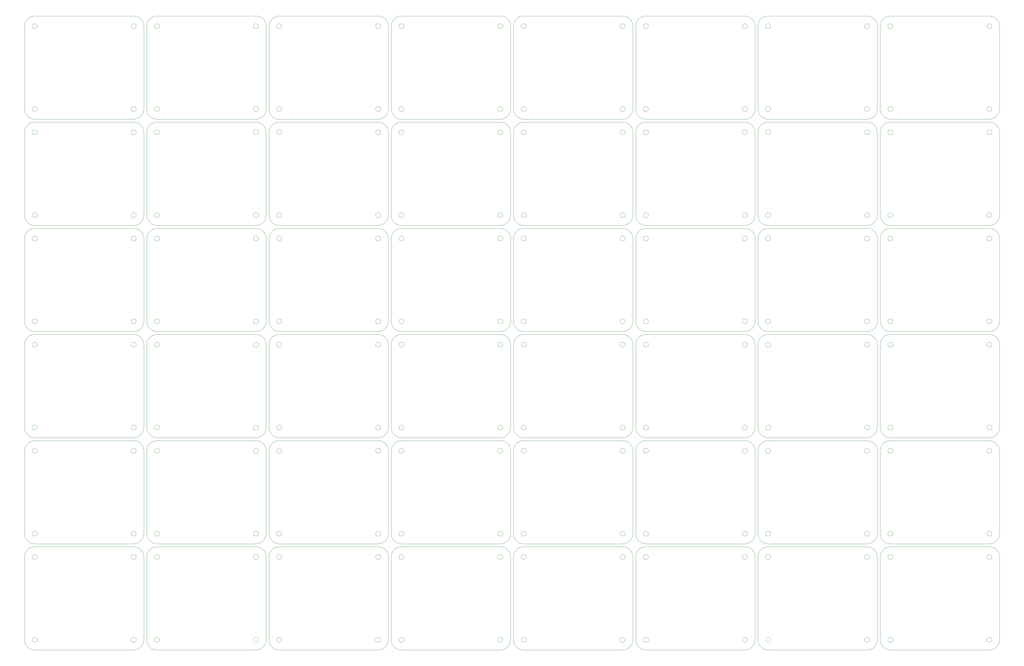
<source format=gm1>
G04 #@! TF.GenerationSoftware,KiCad,Pcbnew,(5.1.6)-1*
G04 #@! TF.CreationDate,2021-09-03T03:14:20-07:00*
G04 #@! TF.ProjectId,sulu_ldo_and_reg_panel,73756c75-5f6c-4646-9f5f-616e645f7265,rev?*
G04 #@! TF.SameCoordinates,Original*
G04 #@! TF.FileFunction,Profile,NP*
%FSLAX46Y46*%
G04 Gerber Fmt 4.6, Leading zero omitted, Abs format (unit mm)*
G04 Created by KiCad (PCBNEW (5.1.6)-1) date 2021-09-03 03:14:20*
%MOMM*%
%LPD*%
G01*
G04 APERTURE LIST*
G04 #@! TA.AperFunction,Profile*
%ADD10C,0.101600*%
G04 #@! TD*
G04 #@! TA.AperFunction,Profile*
%ADD11C,0.100000*%
G04 #@! TD*
G04 APERTURE END LIST*
D10*
X428879000Y83185000D02*
X463423000Y83185000D01*
D11*
X429768000Y79629000D02*
G75*
G03*
X429768000Y79629000I-889000J0D01*
G01*
X464312000Y79629000D02*
G75*
G03*
X464312000Y79629000I-889000J0D01*
G01*
X429768000Y50673000D02*
G75*
G03*
X429768000Y50673000I-889000J0D01*
G01*
X464312000Y50673000D02*
G75*
G03*
X464312000Y50673000I-889000J0D01*
G01*
D10*
X466979000Y79629000D02*
X466979000Y50673000D01*
X425323000Y79629000D02*
X425323000Y50673000D01*
X425323000Y42545000D02*
G75*
G02*
X428879000Y46101000I3556000J0D01*
G01*
D11*
X464312000Y13589000D02*
G75*
G03*
X464312000Y13589000I-889000J0D01*
G01*
D10*
X466979000Y42545000D02*
X466979000Y13589000D01*
X463423000Y10033000D02*
X428879000Y10033000D01*
X428879000Y10033000D02*
G75*
G02*
X425323000Y13589000I0J3556000D01*
G01*
D11*
X429768000Y42545000D02*
G75*
G03*
X429768000Y42545000I-889000J0D01*
G01*
D10*
X466979000Y13589000D02*
G75*
G02*
X463423000Y10033000I-3556000J0D01*
G01*
D11*
X429768000Y13589000D02*
G75*
G03*
X429768000Y13589000I-889000J0D01*
G01*
X464312000Y42545000D02*
G75*
G03*
X464312000Y42545000I-889000J0D01*
G01*
D10*
X463423000Y46101000D02*
G75*
G02*
X466979000Y42545000I0J-3556000D01*
G01*
X425323000Y42545000D02*
X425323000Y13589000D01*
X382651000Y79629000D02*
X382651000Y50673000D01*
D11*
X421640000Y79629000D02*
G75*
G03*
X421640000Y79629000I-889000J0D01*
G01*
X387096000Y50673000D02*
G75*
G03*
X387096000Y50673000I-889000J0D01*
G01*
D10*
X386207000Y83185000D02*
X420751000Y83185000D01*
D11*
X387096000Y79629000D02*
G75*
G03*
X387096000Y79629000I-889000J0D01*
G01*
D10*
X424307000Y79629000D02*
X424307000Y50673000D01*
D11*
X421640000Y50673000D02*
G75*
G03*
X421640000Y50673000I-889000J0D01*
G01*
X421640000Y42545000D02*
G75*
G03*
X421640000Y42545000I-889000J0D01*
G01*
D10*
X382651000Y42545000D02*
G75*
G02*
X386207000Y46101000I3556000J0D01*
G01*
X386207000Y10033000D02*
G75*
G02*
X382651000Y13589000I0J3556000D01*
G01*
X463423000Y46101000D02*
X428879000Y46101000D01*
X463423000Y83185000D02*
G75*
G02*
X466979000Y79629000I0J-3556000D01*
G01*
X466979000Y50673000D02*
G75*
G02*
X463423000Y47117000I-3556000J0D01*
G01*
X420751000Y46101000D02*
G75*
G02*
X424307000Y42545000I0J-3556000D01*
G01*
X428879000Y47117000D02*
G75*
G02*
X425323000Y50673000I0J3556000D01*
G01*
X428879000Y47117000D02*
X463423000Y47117000D01*
X425323000Y79629000D02*
G75*
G02*
X428879000Y83185000I3556000J0D01*
G01*
X424307000Y42545000D02*
X424307000Y13589000D01*
D11*
X387096000Y13589000D02*
G75*
G03*
X387096000Y13589000I-889000J0D01*
G01*
X421640000Y13589000D02*
G75*
G03*
X421640000Y13589000I-889000J0D01*
G01*
D10*
X382651000Y42545000D02*
X382651000Y13589000D01*
X420751000Y10033000D02*
X386207000Y10033000D01*
X424307000Y13589000D02*
G75*
G02*
X420751000Y10033000I-3556000J0D01*
G01*
D11*
X387096000Y42545000D02*
G75*
G03*
X387096000Y42545000I-889000J0D01*
G01*
D10*
X420751000Y46101000D02*
X386207000Y46101000D01*
X386207000Y47117000D02*
X420751000Y47117000D01*
X420751000Y83185000D02*
G75*
G02*
X424307000Y79629000I0J-3556000D01*
G01*
X424307000Y50673000D02*
G75*
G02*
X420751000Y47117000I-3556000J0D01*
G01*
X386207000Y47117000D02*
G75*
G02*
X382651000Y50673000I0J3556000D01*
G01*
X382651000Y79629000D02*
G75*
G02*
X386207000Y83185000I3556000J0D01*
G01*
D11*
X344424000Y79629000D02*
G75*
G03*
X344424000Y79629000I-889000J0D01*
G01*
X344424000Y50673000D02*
G75*
G03*
X344424000Y50673000I-889000J0D01*
G01*
X378968000Y50673000D02*
G75*
G03*
X378968000Y50673000I-889000J0D01*
G01*
D10*
X381635000Y79629000D02*
X381635000Y50673000D01*
X343535000Y83185000D02*
X378079000Y83185000D01*
X339979000Y79629000D02*
X339979000Y50673000D01*
D11*
X378968000Y79629000D02*
G75*
G03*
X378968000Y79629000I-889000J0D01*
G01*
D10*
X339979000Y42545000D02*
G75*
G02*
X343535000Y46101000I3556000J0D01*
G01*
X343535000Y10033000D02*
G75*
G02*
X339979000Y13589000I0J3556000D01*
G01*
X339979000Y42545000D02*
X339979000Y13589000D01*
D11*
X344424000Y13589000D02*
G75*
G03*
X344424000Y13589000I-889000J0D01*
G01*
X344424000Y42545000D02*
G75*
G03*
X344424000Y42545000I-889000J0D01*
G01*
D10*
X381635000Y13589000D02*
G75*
G02*
X378079000Y10033000I-3556000J0D01*
G01*
X378079000Y46101000D02*
G75*
G02*
X381635000Y42545000I0J-3556000D01*
G01*
X378079000Y10033000D02*
X343535000Y10033000D01*
D11*
X378968000Y42545000D02*
G75*
G03*
X378968000Y42545000I-889000J0D01*
G01*
D10*
X381635000Y42545000D02*
X381635000Y13589000D01*
D11*
X378968000Y13589000D02*
G75*
G03*
X378968000Y13589000I-889000J0D01*
G01*
D10*
X297307000Y79629000D02*
G75*
G02*
X300863000Y83185000I3556000J0D01*
G01*
X300863000Y47117000D02*
G75*
G02*
X297307000Y50673000I0J3556000D01*
G01*
X338963000Y50673000D02*
G75*
G02*
X335407000Y47117000I-3556000J0D01*
G01*
X335407000Y46101000D02*
X300863000Y46101000D01*
X300863000Y47117000D02*
X335407000Y47117000D01*
X335407000Y83185000D02*
G75*
G02*
X338963000Y79629000I0J-3556000D01*
G01*
D11*
X301752000Y42545000D02*
G75*
G03*
X301752000Y42545000I-889000J0D01*
G01*
D10*
X335407000Y46101000D02*
G75*
G02*
X338963000Y42545000I0J-3556000D01*
G01*
D11*
X336296000Y42545000D02*
G75*
G03*
X336296000Y42545000I-889000J0D01*
G01*
D10*
X300863000Y10033000D02*
G75*
G02*
X297307000Y13589000I0J3556000D01*
G01*
X297307000Y42545000D02*
G75*
G02*
X300863000Y46101000I3556000J0D01*
G01*
D11*
X336296000Y13589000D02*
G75*
G03*
X336296000Y13589000I-889000J0D01*
G01*
D10*
X338963000Y13589000D02*
G75*
G02*
X335407000Y10033000I-3556000J0D01*
G01*
X338963000Y42545000D02*
X338963000Y13589000D01*
D11*
X301752000Y13589000D02*
G75*
G03*
X301752000Y13589000I-889000J0D01*
G01*
D10*
X297307000Y42545000D02*
X297307000Y13589000D01*
X335407000Y10033000D02*
X300863000Y10033000D01*
X378079000Y46101000D02*
X343535000Y46101000D01*
X381635000Y50673000D02*
G75*
G02*
X378079000Y47117000I-3556000J0D01*
G01*
X343535000Y47117000D02*
G75*
G02*
X339979000Y50673000I0J3556000D01*
G01*
X343535000Y47117000D02*
X378079000Y47117000D01*
X339979000Y79629000D02*
G75*
G02*
X343535000Y83185000I3556000J0D01*
G01*
X378079000Y83185000D02*
G75*
G02*
X381635000Y79629000I0J-3556000D01*
G01*
D11*
X336296000Y50673000D02*
G75*
G03*
X336296000Y50673000I-889000J0D01*
G01*
D10*
X300863000Y83185000D02*
X335407000Y83185000D01*
D11*
X336296000Y79629000D02*
G75*
G03*
X336296000Y79629000I-889000J0D01*
G01*
X301752000Y50673000D02*
G75*
G03*
X301752000Y50673000I-889000J0D01*
G01*
X301752000Y79629000D02*
G75*
G03*
X301752000Y79629000I-889000J0D01*
G01*
D10*
X338963000Y79629000D02*
X338963000Y50673000D01*
X297307000Y79629000D02*
X297307000Y50673000D01*
D11*
X293624000Y50673000D02*
G75*
G03*
X293624000Y50673000I-889000J0D01*
G01*
D10*
X254635000Y79629000D02*
X254635000Y50673000D01*
X258191000Y83185000D02*
X292735000Y83185000D01*
D11*
X293624000Y79629000D02*
G75*
G03*
X293624000Y79629000I-889000J0D01*
G01*
X259080000Y50673000D02*
G75*
G03*
X259080000Y50673000I-889000J0D01*
G01*
D10*
X296291000Y79629000D02*
X296291000Y50673000D01*
D11*
X259080000Y79629000D02*
G75*
G03*
X259080000Y79629000I-889000J0D01*
G01*
D10*
X254635000Y42545000D02*
G75*
G02*
X258191000Y46101000I3556000J0D01*
G01*
D11*
X293624000Y42545000D02*
G75*
G03*
X293624000Y42545000I-889000J0D01*
G01*
D10*
X296291000Y42545000D02*
X296291000Y13589000D01*
X292735000Y10033000D02*
X258191000Y10033000D01*
D11*
X293624000Y13589000D02*
G75*
G03*
X293624000Y13589000I-889000J0D01*
G01*
X259080000Y13589000D02*
G75*
G03*
X259080000Y13589000I-889000J0D01*
G01*
X259080000Y42545000D02*
G75*
G03*
X259080000Y42545000I-889000J0D01*
G01*
D10*
X258191000Y10033000D02*
G75*
G02*
X254635000Y13589000I0J3556000D01*
G01*
X292735000Y46101000D02*
G75*
G02*
X296291000Y42545000I0J-3556000D01*
G01*
X296291000Y13589000D02*
G75*
G02*
X292735000Y10033000I-3556000J0D01*
G01*
X254635000Y42545000D02*
X254635000Y13589000D01*
X211963000Y79629000D02*
X211963000Y50673000D01*
D11*
X216408000Y79629000D02*
G75*
G03*
X216408000Y79629000I-889000J0D01*
G01*
D10*
X215519000Y83185000D02*
X250063000Y83185000D01*
D11*
X250952000Y79629000D02*
G75*
G03*
X250952000Y79629000I-889000J0D01*
G01*
X216408000Y50673000D02*
G75*
G03*
X216408000Y50673000I-889000J0D01*
G01*
D10*
X253619000Y79629000D02*
X253619000Y50673000D01*
D11*
X250952000Y50673000D02*
G75*
G03*
X250952000Y50673000I-889000J0D01*
G01*
X250952000Y42545000D02*
G75*
G03*
X250952000Y42545000I-889000J0D01*
G01*
D10*
X211963000Y42545000D02*
G75*
G02*
X215519000Y46101000I3556000J0D01*
G01*
X215519000Y10033000D02*
G75*
G02*
X211963000Y13589000I0J3556000D01*
G01*
X292735000Y46101000D02*
X258191000Y46101000D01*
X258191000Y47117000D02*
G75*
G02*
X254635000Y50673000I0J3556000D01*
G01*
X296291000Y50673000D02*
G75*
G02*
X292735000Y47117000I-3556000J0D01*
G01*
X258191000Y47117000D02*
X292735000Y47117000D01*
X292735000Y83185000D02*
G75*
G02*
X296291000Y79629000I0J-3556000D01*
G01*
X254635000Y79629000D02*
G75*
G02*
X258191000Y83185000I3556000J0D01*
G01*
X253619000Y42545000D02*
X253619000Y13589000D01*
X250063000Y46101000D02*
G75*
G02*
X253619000Y42545000I0J-3556000D01*
G01*
X211963000Y42545000D02*
X211963000Y13589000D01*
X253619000Y13589000D02*
G75*
G02*
X250063000Y10033000I-3556000J0D01*
G01*
D11*
X216408000Y42545000D02*
G75*
G03*
X216408000Y42545000I-889000J0D01*
G01*
D10*
X250063000Y10033000D02*
X215519000Y10033000D01*
D11*
X216408000Y13589000D02*
G75*
G03*
X216408000Y13589000I-889000J0D01*
G01*
X250952000Y13589000D02*
G75*
G03*
X250952000Y13589000I-889000J0D01*
G01*
D10*
X253619000Y50673000D02*
G75*
G02*
X250063000Y47117000I-3556000J0D01*
G01*
X215519000Y47117000D02*
G75*
G02*
X211963000Y50673000I0J3556000D01*
G01*
X211963000Y79629000D02*
G75*
G02*
X215519000Y83185000I3556000J0D01*
G01*
X250063000Y46101000D02*
X215519000Y46101000D01*
X215519000Y47117000D02*
X250063000Y47117000D01*
X250063000Y83185000D02*
G75*
G02*
X253619000Y79629000I0J-3556000D01*
G01*
D11*
X208280000Y50673000D02*
G75*
G03*
X208280000Y50673000I-889000J0D01*
G01*
D10*
X169291000Y79629000D02*
X169291000Y50673000D01*
X172847000Y83185000D02*
X207391000Y83185000D01*
X210947000Y79629000D02*
X210947000Y50673000D01*
D11*
X173736000Y79629000D02*
G75*
G03*
X173736000Y79629000I-889000J0D01*
G01*
X173736000Y50673000D02*
G75*
G03*
X173736000Y50673000I-889000J0D01*
G01*
X208280000Y79629000D02*
G75*
G03*
X208280000Y79629000I-889000J0D01*
G01*
D10*
X169291000Y42545000D02*
G75*
G02*
X172847000Y46101000I3556000J0D01*
G01*
X169291000Y42545000D02*
X169291000Y13589000D01*
D11*
X173736000Y42545000D02*
G75*
G03*
X173736000Y42545000I-889000J0D01*
G01*
D10*
X207391000Y46101000D02*
G75*
G02*
X210947000Y42545000I0J-3556000D01*
G01*
D11*
X208280000Y42545000D02*
G75*
G03*
X208280000Y42545000I-889000J0D01*
G01*
D10*
X210947000Y42545000D02*
X210947000Y13589000D01*
X207391000Y10033000D02*
X172847000Y10033000D01*
D11*
X208280000Y13589000D02*
G75*
G03*
X208280000Y13589000I-889000J0D01*
G01*
D10*
X210947000Y13589000D02*
G75*
G02*
X207391000Y10033000I-3556000J0D01*
G01*
D11*
X173736000Y13589000D02*
G75*
G03*
X173736000Y13589000I-889000J0D01*
G01*
D10*
X172847000Y10033000D02*
G75*
G02*
X169291000Y13589000I0J3556000D01*
G01*
X172847000Y47117000D02*
G75*
G02*
X169291000Y50673000I0J3556000D01*
G01*
X210947000Y50673000D02*
G75*
G02*
X207391000Y47117000I-3556000J0D01*
G01*
X169291000Y79629000D02*
G75*
G02*
X172847000Y83185000I3556000J0D01*
G01*
X207391000Y46101000D02*
X172847000Y46101000D01*
X172847000Y47117000D02*
X207391000Y47117000D01*
X207391000Y83185000D02*
G75*
G02*
X210947000Y79629000I0J-3556000D01*
G01*
X126619000Y79629000D02*
X126619000Y50673000D01*
D11*
X131064000Y79629000D02*
G75*
G03*
X131064000Y79629000I-889000J0D01*
G01*
D10*
X130175000Y83185000D02*
X164719000Y83185000D01*
D11*
X165608000Y50673000D02*
G75*
G03*
X165608000Y50673000I-889000J0D01*
G01*
X131064000Y50673000D02*
G75*
G03*
X131064000Y50673000I-889000J0D01*
G01*
X165608000Y79629000D02*
G75*
G03*
X165608000Y79629000I-889000J0D01*
G01*
D10*
X168275000Y79629000D02*
X168275000Y50673000D01*
X126619000Y42545000D02*
G75*
G02*
X130175000Y46101000I3556000J0D01*
G01*
X130175000Y10033000D02*
G75*
G02*
X126619000Y13589000I0J3556000D01*
G01*
D11*
X165608000Y42545000D02*
G75*
G03*
X165608000Y42545000I-889000J0D01*
G01*
D10*
X168275000Y42545000D02*
X168275000Y13589000D01*
X164719000Y46101000D02*
G75*
G02*
X168275000Y42545000I0J-3556000D01*
G01*
X126619000Y42545000D02*
X126619000Y13589000D01*
D11*
X131064000Y42545000D02*
G75*
G03*
X131064000Y42545000I-889000J0D01*
G01*
D10*
X164719000Y10033000D02*
X130175000Y10033000D01*
D11*
X165608000Y13589000D02*
G75*
G03*
X165608000Y13589000I-889000J0D01*
G01*
D10*
X168275000Y13589000D02*
G75*
G02*
X164719000Y10033000I-3556000J0D01*
G01*
D11*
X131064000Y13589000D02*
G75*
G03*
X131064000Y13589000I-889000J0D01*
G01*
D10*
X130175000Y47117000D02*
G75*
G02*
X126619000Y50673000I0J3556000D01*
G01*
X168275000Y50673000D02*
G75*
G02*
X164719000Y47117000I-3556000J0D01*
G01*
X126619000Y79629000D02*
G75*
G02*
X130175000Y83185000I3556000J0D01*
G01*
X164719000Y46101000D02*
X130175000Y46101000D01*
X130175000Y47117000D02*
X164719000Y47117000D01*
X164719000Y83185000D02*
G75*
G02*
X168275000Y79629000I0J-3556000D01*
G01*
X428879000Y157353000D02*
X463423000Y157353000D01*
D11*
X429768000Y153797000D02*
G75*
G03*
X429768000Y153797000I-889000J0D01*
G01*
X464312000Y153797000D02*
G75*
G03*
X464312000Y153797000I-889000J0D01*
G01*
X429768000Y124841000D02*
G75*
G03*
X429768000Y124841000I-889000J0D01*
G01*
X464312000Y124841000D02*
G75*
G03*
X464312000Y124841000I-889000J0D01*
G01*
D10*
X466979000Y153797000D02*
X466979000Y124841000D01*
X425323000Y153797000D02*
X425323000Y124841000D01*
X425323000Y116713000D02*
G75*
G02*
X428879000Y120269000I3556000J0D01*
G01*
D11*
X464312000Y87757000D02*
G75*
G03*
X464312000Y87757000I-889000J0D01*
G01*
D10*
X466979000Y116713000D02*
X466979000Y87757000D01*
X463423000Y84201000D02*
X428879000Y84201000D01*
X428879000Y84201000D02*
G75*
G02*
X425323000Y87757000I0J3556000D01*
G01*
D11*
X429768000Y116713000D02*
G75*
G03*
X429768000Y116713000I-889000J0D01*
G01*
D10*
X466979000Y87757000D02*
G75*
G02*
X463423000Y84201000I-3556000J0D01*
G01*
D11*
X429768000Y87757000D02*
G75*
G03*
X429768000Y87757000I-889000J0D01*
G01*
X464312000Y116713000D02*
G75*
G03*
X464312000Y116713000I-889000J0D01*
G01*
D10*
X463423000Y120269000D02*
G75*
G02*
X466979000Y116713000I0J-3556000D01*
G01*
X425323000Y116713000D02*
X425323000Y87757000D01*
X382651000Y153797000D02*
X382651000Y124841000D01*
D11*
X421640000Y153797000D02*
G75*
G03*
X421640000Y153797000I-889000J0D01*
G01*
X387096000Y124841000D02*
G75*
G03*
X387096000Y124841000I-889000J0D01*
G01*
D10*
X386207000Y157353000D02*
X420751000Y157353000D01*
D11*
X387096000Y153797000D02*
G75*
G03*
X387096000Y153797000I-889000J0D01*
G01*
D10*
X424307000Y153797000D02*
X424307000Y124841000D01*
D11*
X421640000Y124841000D02*
G75*
G03*
X421640000Y124841000I-889000J0D01*
G01*
X421640000Y116713000D02*
G75*
G03*
X421640000Y116713000I-889000J0D01*
G01*
D10*
X382651000Y116713000D02*
G75*
G02*
X386207000Y120269000I3556000J0D01*
G01*
X386207000Y84201000D02*
G75*
G02*
X382651000Y87757000I0J3556000D01*
G01*
X463423000Y120269000D02*
X428879000Y120269000D01*
X463423000Y157353000D02*
G75*
G02*
X466979000Y153797000I0J-3556000D01*
G01*
X466979000Y124841000D02*
G75*
G02*
X463423000Y121285000I-3556000J0D01*
G01*
X420751000Y120269000D02*
G75*
G02*
X424307000Y116713000I0J-3556000D01*
G01*
X428879000Y121285000D02*
G75*
G02*
X425323000Y124841000I0J3556000D01*
G01*
X428879000Y121285000D02*
X463423000Y121285000D01*
X425323000Y153797000D02*
G75*
G02*
X428879000Y157353000I3556000J0D01*
G01*
X424307000Y116713000D02*
X424307000Y87757000D01*
D11*
X387096000Y87757000D02*
G75*
G03*
X387096000Y87757000I-889000J0D01*
G01*
X421640000Y87757000D02*
G75*
G03*
X421640000Y87757000I-889000J0D01*
G01*
D10*
X382651000Y116713000D02*
X382651000Y87757000D01*
X420751000Y84201000D02*
X386207000Y84201000D01*
X424307000Y87757000D02*
G75*
G02*
X420751000Y84201000I-3556000J0D01*
G01*
D11*
X387096000Y116713000D02*
G75*
G03*
X387096000Y116713000I-889000J0D01*
G01*
D10*
X420751000Y120269000D02*
X386207000Y120269000D01*
X386207000Y121285000D02*
X420751000Y121285000D01*
X420751000Y157353000D02*
G75*
G02*
X424307000Y153797000I0J-3556000D01*
G01*
X424307000Y124841000D02*
G75*
G02*
X420751000Y121285000I-3556000J0D01*
G01*
X386207000Y121285000D02*
G75*
G02*
X382651000Y124841000I0J3556000D01*
G01*
X382651000Y153797000D02*
G75*
G02*
X386207000Y157353000I3556000J0D01*
G01*
D11*
X344424000Y153797000D02*
G75*
G03*
X344424000Y153797000I-889000J0D01*
G01*
X344424000Y124841000D02*
G75*
G03*
X344424000Y124841000I-889000J0D01*
G01*
X378968000Y124841000D02*
G75*
G03*
X378968000Y124841000I-889000J0D01*
G01*
D10*
X381635000Y153797000D02*
X381635000Y124841000D01*
X343535000Y157353000D02*
X378079000Y157353000D01*
X339979000Y153797000D02*
X339979000Y124841000D01*
D11*
X378968000Y153797000D02*
G75*
G03*
X378968000Y153797000I-889000J0D01*
G01*
D10*
X339979000Y116713000D02*
G75*
G02*
X343535000Y120269000I3556000J0D01*
G01*
X343535000Y84201000D02*
G75*
G02*
X339979000Y87757000I0J3556000D01*
G01*
X339979000Y116713000D02*
X339979000Y87757000D01*
D11*
X344424000Y87757000D02*
G75*
G03*
X344424000Y87757000I-889000J0D01*
G01*
X344424000Y116713000D02*
G75*
G03*
X344424000Y116713000I-889000J0D01*
G01*
D10*
X381635000Y87757000D02*
G75*
G02*
X378079000Y84201000I-3556000J0D01*
G01*
X378079000Y120269000D02*
G75*
G02*
X381635000Y116713000I0J-3556000D01*
G01*
X378079000Y84201000D02*
X343535000Y84201000D01*
D11*
X378968000Y116713000D02*
G75*
G03*
X378968000Y116713000I-889000J0D01*
G01*
D10*
X381635000Y116713000D02*
X381635000Y87757000D01*
D11*
X378968000Y87757000D02*
G75*
G03*
X378968000Y87757000I-889000J0D01*
G01*
D10*
X297307000Y153797000D02*
G75*
G02*
X300863000Y157353000I3556000J0D01*
G01*
X300863000Y121285000D02*
G75*
G02*
X297307000Y124841000I0J3556000D01*
G01*
X338963000Y124841000D02*
G75*
G02*
X335407000Y121285000I-3556000J0D01*
G01*
X335407000Y120269000D02*
X300863000Y120269000D01*
X300863000Y121285000D02*
X335407000Y121285000D01*
X335407000Y157353000D02*
G75*
G02*
X338963000Y153797000I0J-3556000D01*
G01*
D11*
X301752000Y116713000D02*
G75*
G03*
X301752000Y116713000I-889000J0D01*
G01*
D10*
X335407000Y120269000D02*
G75*
G02*
X338963000Y116713000I0J-3556000D01*
G01*
D11*
X336296000Y116713000D02*
G75*
G03*
X336296000Y116713000I-889000J0D01*
G01*
D10*
X300863000Y84201000D02*
G75*
G02*
X297307000Y87757000I0J3556000D01*
G01*
X297307000Y116713000D02*
G75*
G02*
X300863000Y120269000I3556000J0D01*
G01*
D11*
X336296000Y87757000D02*
G75*
G03*
X336296000Y87757000I-889000J0D01*
G01*
D10*
X338963000Y87757000D02*
G75*
G02*
X335407000Y84201000I-3556000J0D01*
G01*
X338963000Y116713000D02*
X338963000Y87757000D01*
D11*
X301752000Y87757000D02*
G75*
G03*
X301752000Y87757000I-889000J0D01*
G01*
D10*
X297307000Y116713000D02*
X297307000Y87757000D01*
X335407000Y84201000D02*
X300863000Y84201000D01*
X378079000Y120269000D02*
X343535000Y120269000D01*
X381635000Y124841000D02*
G75*
G02*
X378079000Y121285000I-3556000J0D01*
G01*
X343535000Y121285000D02*
G75*
G02*
X339979000Y124841000I0J3556000D01*
G01*
X343535000Y121285000D02*
X378079000Y121285000D01*
X339979000Y153797000D02*
G75*
G02*
X343535000Y157353000I3556000J0D01*
G01*
X378079000Y157353000D02*
G75*
G02*
X381635000Y153797000I0J-3556000D01*
G01*
D11*
X336296000Y124841000D02*
G75*
G03*
X336296000Y124841000I-889000J0D01*
G01*
D10*
X300863000Y157353000D02*
X335407000Y157353000D01*
D11*
X336296000Y153797000D02*
G75*
G03*
X336296000Y153797000I-889000J0D01*
G01*
X301752000Y124841000D02*
G75*
G03*
X301752000Y124841000I-889000J0D01*
G01*
X301752000Y153797000D02*
G75*
G03*
X301752000Y153797000I-889000J0D01*
G01*
D10*
X338963000Y153797000D02*
X338963000Y124841000D01*
X297307000Y153797000D02*
X297307000Y124841000D01*
D11*
X293624000Y124841000D02*
G75*
G03*
X293624000Y124841000I-889000J0D01*
G01*
D10*
X254635000Y153797000D02*
X254635000Y124841000D01*
X258191000Y157353000D02*
X292735000Y157353000D01*
D11*
X293624000Y153797000D02*
G75*
G03*
X293624000Y153797000I-889000J0D01*
G01*
X259080000Y124841000D02*
G75*
G03*
X259080000Y124841000I-889000J0D01*
G01*
D10*
X296291000Y153797000D02*
X296291000Y124841000D01*
D11*
X259080000Y153797000D02*
G75*
G03*
X259080000Y153797000I-889000J0D01*
G01*
D10*
X254635000Y116713000D02*
G75*
G02*
X258191000Y120269000I3556000J0D01*
G01*
D11*
X293624000Y116713000D02*
G75*
G03*
X293624000Y116713000I-889000J0D01*
G01*
D10*
X296291000Y116713000D02*
X296291000Y87757000D01*
X292735000Y84201000D02*
X258191000Y84201000D01*
D11*
X293624000Y87757000D02*
G75*
G03*
X293624000Y87757000I-889000J0D01*
G01*
X259080000Y87757000D02*
G75*
G03*
X259080000Y87757000I-889000J0D01*
G01*
X259080000Y116713000D02*
G75*
G03*
X259080000Y116713000I-889000J0D01*
G01*
D10*
X258191000Y84201000D02*
G75*
G02*
X254635000Y87757000I0J3556000D01*
G01*
X292735000Y120269000D02*
G75*
G02*
X296291000Y116713000I0J-3556000D01*
G01*
X296291000Y87757000D02*
G75*
G02*
X292735000Y84201000I-3556000J0D01*
G01*
X254635000Y116713000D02*
X254635000Y87757000D01*
X211963000Y153797000D02*
X211963000Y124841000D01*
D11*
X216408000Y153797000D02*
G75*
G03*
X216408000Y153797000I-889000J0D01*
G01*
D10*
X215519000Y157353000D02*
X250063000Y157353000D01*
D11*
X250952000Y153797000D02*
G75*
G03*
X250952000Y153797000I-889000J0D01*
G01*
X216408000Y124841000D02*
G75*
G03*
X216408000Y124841000I-889000J0D01*
G01*
D10*
X253619000Y153797000D02*
X253619000Y124841000D01*
D11*
X250952000Y124841000D02*
G75*
G03*
X250952000Y124841000I-889000J0D01*
G01*
X250952000Y116713000D02*
G75*
G03*
X250952000Y116713000I-889000J0D01*
G01*
D10*
X211963000Y116713000D02*
G75*
G02*
X215519000Y120269000I3556000J0D01*
G01*
X215519000Y84201000D02*
G75*
G02*
X211963000Y87757000I0J3556000D01*
G01*
X292735000Y120269000D02*
X258191000Y120269000D01*
X258191000Y121285000D02*
G75*
G02*
X254635000Y124841000I0J3556000D01*
G01*
X296291000Y124841000D02*
G75*
G02*
X292735000Y121285000I-3556000J0D01*
G01*
X258191000Y121285000D02*
X292735000Y121285000D01*
X292735000Y157353000D02*
G75*
G02*
X296291000Y153797000I0J-3556000D01*
G01*
X254635000Y153797000D02*
G75*
G02*
X258191000Y157353000I3556000J0D01*
G01*
X253619000Y116713000D02*
X253619000Y87757000D01*
X250063000Y120269000D02*
G75*
G02*
X253619000Y116713000I0J-3556000D01*
G01*
X211963000Y116713000D02*
X211963000Y87757000D01*
X253619000Y87757000D02*
G75*
G02*
X250063000Y84201000I-3556000J0D01*
G01*
D11*
X216408000Y116713000D02*
G75*
G03*
X216408000Y116713000I-889000J0D01*
G01*
D10*
X250063000Y84201000D02*
X215519000Y84201000D01*
D11*
X216408000Y87757000D02*
G75*
G03*
X216408000Y87757000I-889000J0D01*
G01*
X250952000Y87757000D02*
G75*
G03*
X250952000Y87757000I-889000J0D01*
G01*
D10*
X253619000Y124841000D02*
G75*
G02*
X250063000Y121285000I-3556000J0D01*
G01*
X215519000Y121285000D02*
G75*
G02*
X211963000Y124841000I0J3556000D01*
G01*
X211963000Y153797000D02*
G75*
G02*
X215519000Y157353000I3556000J0D01*
G01*
X250063000Y120269000D02*
X215519000Y120269000D01*
X215519000Y121285000D02*
X250063000Y121285000D01*
X250063000Y157353000D02*
G75*
G02*
X253619000Y153797000I0J-3556000D01*
G01*
D11*
X208280000Y124841000D02*
G75*
G03*
X208280000Y124841000I-889000J0D01*
G01*
D10*
X169291000Y153797000D02*
X169291000Y124841000D01*
X172847000Y157353000D02*
X207391000Y157353000D01*
X210947000Y153797000D02*
X210947000Y124841000D01*
D11*
X173736000Y153797000D02*
G75*
G03*
X173736000Y153797000I-889000J0D01*
G01*
X173736000Y124841000D02*
G75*
G03*
X173736000Y124841000I-889000J0D01*
G01*
X208280000Y153797000D02*
G75*
G03*
X208280000Y153797000I-889000J0D01*
G01*
D10*
X169291000Y116713000D02*
G75*
G02*
X172847000Y120269000I3556000J0D01*
G01*
X169291000Y116713000D02*
X169291000Y87757000D01*
D11*
X173736000Y116713000D02*
G75*
G03*
X173736000Y116713000I-889000J0D01*
G01*
D10*
X207391000Y120269000D02*
G75*
G02*
X210947000Y116713000I0J-3556000D01*
G01*
D11*
X208280000Y116713000D02*
G75*
G03*
X208280000Y116713000I-889000J0D01*
G01*
D10*
X210947000Y116713000D02*
X210947000Y87757000D01*
X207391000Y84201000D02*
X172847000Y84201000D01*
D11*
X208280000Y87757000D02*
G75*
G03*
X208280000Y87757000I-889000J0D01*
G01*
D10*
X210947000Y87757000D02*
G75*
G02*
X207391000Y84201000I-3556000J0D01*
G01*
D11*
X173736000Y87757000D02*
G75*
G03*
X173736000Y87757000I-889000J0D01*
G01*
D10*
X172847000Y84201000D02*
G75*
G02*
X169291000Y87757000I0J3556000D01*
G01*
X172847000Y121285000D02*
G75*
G02*
X169291000Y124841000I0J3556000D01*
G01*
X210947000Y124841000D02*
G75*
G02*
X207391000Y121285000I-3556000J0D01*
G01*
X169291000Y153797000D02*
G75*
G02*
X172847000Y157353000I3556000J0D01*
G01*
X207391000Y120269000D02*
X172847000Y120269000D01*
X172847000Y121285000D02*
X207391000Y121285000D01*
X207391000Y157353000D02*
G75*
G02*
X210947000Y153797000I0J-3556000D01*
G01*
X126619000Y153797000D02*
X126619000Y124841000D01*
D11*
X131064000Y153797000D02*
G75*
G03*
X131064000Y153797000I-889000J0D01*
G01*
D10*
X130175000Y157353000D02*
X164719000Y157353000D01*
D11*
X165608000Y124841000D02*
G75*
G03*
X165608000Y124841000I-889000J0D01*
G01*
X131064000Y124841000D02*
G75*
G03*
X131064000Y124841000I-889000J0D01*
G01*
X165608000Y153797000D02*
G75*
G03*
X165608000Y153797000I-889000J0D01*
G01*
D10*
X168275000Y153797000D02*
X168275000Y124841000D01*
X126619000Y116713000D02*
G75*
G02*
X130175000Y120269000I3556000J0D01*
G01*
X130175000Y84201000D02*
G75*
G02*
X126619000Y87757000I0J3556000D01*
G01*
D11*
X165608000Y116713000D02*
G75*
G03*
X165608000Y116713000I-889000J0D01*
G01*
D10*
X168275000Y116713000D02*
X168275000Y87757000D01*
X164719000Y120269000D02*
G75*
G02*
X168275000Y116713000I0J-3556000D01*
G01*
X126619000Y116713000D02*
X126619000Y87757000D01*
D11*
X131064000Y116713000D02*
G75*
G03*
X131064000Y116713000I-889000J0D01*
G01*
D10*
X164719000Y84201000D02*
X130175000Y84201000D01*
D11*
X165608000Y87757000D02*
G75*
G03*
X165608000Y87757000I-889000J0D01*
G01*
D10*
X168275000Y87757000D02*
G75*
G02*
X164719000Y84201000I-3556000J0D01*
G01*
D11*
X131064000Y87757000D02*
G75*
G03*
X131064000Y87757000I-889000J0D01*
G01*
D10*
X130175000Y121285000D02*
G75*
G02*
X126619000Y124841000I0J3556000D01*
G01*
X168275000Y124841000D02*
G75*
G02*
X164719000Y121285000I-3556000J0D01*
G01*
X126619000Y153797000D02*
G75*
G02*
X130175000Y157353000I3556000J0D01*
G01*
X164719000Y120269000D02*
X130175000Y120269000D01*
X130175000Y121285000D02*
X164719000Y121285000D01*
X164719000Y157353000D02*
G75*
G02*
X168275000Y153797000I0J-3556000D01*
G01*
D11*
X464312000Y199009000D02*
G75*
G03*
X464312000Y199009000I-889000J0D01*
G01*
D10*
X425323000Y227965000D02*
X425323000Y199009000D01*
X428879000Y231521000D02*
X463423000Y231521000D01*
D11*
X464312000Y227965000D02*
G75*
G03*
X464312000Y227965000I-889000J0D01*
G01*
X429768000Y199009000D02*
G75*
G03*
X429768000Y199009000I-889000J0D01*
G01*
D10*
X466979000Y227965000D02*
X466979000Y199009000D01*
D11*
X429768000Y227965000D02*
G75*
G03*
X429768000Y227965000I-889000J0D01*
G01*
D10*
X425323000Y190881000D02*
G75*
G02*
X428879000Y194437000I3556000J0D01*
G01*
D11*
X464312000Y190881000D02*
G75*
G03*
X464312000Y190881000I-889000J0D01*
G01*
D10*
X466979000Y190881000D02*
X466979000Y161925000D01*
X463423000Y158369000D02*
X428879000Y158369000D01*
D11*
X464312000Y161925000D02*
G75*
G03*
X464312000Y161925000I-889000J0D01*
G01*
X429768000Y161925000D02*
G75*
G03*
X429768000Y161925000I-889000J0D01*
G01*
X429768000Y190881000D02*
G75*
G03*
X429768000Y190881000I-889000J0D01*
G01*
D10*
X428879000Y158369000D02*
G75*
G02*
X425323000Y161925000I0J3556000D01*
G01*
X463423000Y194437000D02*
G75*
G02*
X466979000Y190881000I0J-3556000D01*
G01*
X466979000Y161925000D02*
G75*
G02*
X463423000Y158369000I-3556000J0D01*
G01*
X425323000Y190881000D02*
X425323000Y161925000D01*
X382651000Y227965000D02*
X382651000Y199009000D01*
D11*
X387096000Y227965000D02*
G75*
G03*
X387096000Y227965000I-889000J0D01*
G01*
D10*
X386207000Y231521000D02*
X420751000Y231521000D01*
D11*
X421640000Y227965000D02*
G75*
G03*
X421640000Y227965000I-889000J0D01*
G01*
X387096000Y199009000D02*
G75*
G03*
X387096000Y199009000I-889000J0D01*
G01*
D10*
X424307000Y227965000D02*
X424307000Y199009000D01*
D11*
X421640000Y199009000D02*
G75*
G03*
X421640000Y199009000I-889000J0D01*
G01*
X421640000Y190881000D02*
G75*
G03*
X421640000Y190881000I-889000J0D01*
G01*
D10*
X382651000Y190881000D02*
G75*
G02*
X386207000Y194437000I3556000J0D01*
G01*
X386207000Y158369000D02*
G75*
G02*
X382651000Y161925000I0J3556000D01*
G01*
X463423000Y194437000D02*
X428879000Y194437000D01*
X428879000Y195453000D02*
G75*
G02*
X425323000Y199009000I0J3556000D01*
G01*
X466979000Y199009000D02*
G75*
G02*
X463423000Y195453000I-3556000J0D01*
G01*
X428879000Y195453000D02*
X463423000Y195453000D01*
X463423000Y231521000D02*
G75*
G02*
X466979000Y227965000I0J-3556000D01*
G01*
X425323000Y227965000D02*
G75*
G02*
X428879000Y231521000I3556000J0D01*
G01*
X424307000Y190881000D02*
X424307000Y161925000D01*
X420751000Y194437000D02*
G75*
G02*
X424307000Y190881000I0J-3556000D01*
G01*
X382651000Y190881000D02*
X382651000Y161925000D01*
X424307000Y161925000D02*
G75*
G02*
X420751000Y158369000I-3556000J0D01*
G01*
D11*
X387096000Y190881000D02*
G75*
G03*
X387096000Y190881000I-889000J0D01*
G01*
D10*
X420751000Y158369000D02*
X386207000Y158369000D01*
D11*
X387096000Y161925000D02*
G75*
G03*
X387096000Y161925000I-889000J0D01*
G01*
X421640000Y161925000D02*
G75*
G03*
X421640000Y161925000I-889000J0D01*
G01*
D10*
X424307000Y199009000D02*
G75*
G02*
X420751000Y195453000I-3556000J0D01*
G01*
X386207000Y195453000D02*
G75*
G02*
X382651000Y199009000I0J3556000D01*
G01*
X382651000Y227965000D02*
G75*
G02*
X386207000Y231521000I3556000J0D01*
G01*
X420751000Y194437000D02*
X386207000Y194437000D01*
X386207000Y195453000D02*
X420751000Y195453000D01*
X420751000Y231521000D02*
G75*
G02*
X424307000Y227965000I0J-3556000D01*
G01*
D11*
X378968000Y199009000D02*
G75*
G03*
X378968000Y199009000I-889000J0D01*
G01*
D10*
X339979000Y227965000D02*
X339979000Y199009000D01*
X343535000Y231521000D02*
X378079000Y231521000D01*
X381635000Y227965000D02*
X381635000Y199009000D01*
D11*
X344424000Y227965000D02*
G75*
G03*
X344424000Y227965000I-889000J0D01*
G01*
X344424000Y199009000D02*
G75*
G03*
X344424000Y199009000I-889000J0D01*
G01*
X378968000Y227965000D02*
G75*
G03*
X378968000Y227965000I-889000J0D01*
G01*
D10*
X339979000Y190881000D02*
G75*
G02*
X343535000Y194437000I3556000J0D01*
G01*
X339979000Y190881000D02*
X339979000Y161925000D01*
D11*
X344424000Y190881000D02*
G75*
G03*
X344424000Y190881000I-889000J0D01*
G01*
D10*
X378079000Y194437000D02*
G75*
G02*
X381635000Y190881000I0J-3556000D01*
G01*
D11*
X378968000Y190881000D02*
G75*
G03*
X378968000Y190881000I-889000J0D01*
G01*
D10*
X381635000Y190881000D02*
X381635000Y161925000D01*
X378079000Y158369000D02*
X343535000Y158369000D01*
D11*
X378968000Y161925000D02*
G75*
G03*
X378968000Y161925000I-889000J0D01*
G01*
D10*
X381635000Y161925000D02*
G75*
G02*
X378079000Y158369000I-3556000J0D01*
G01*
D11*
X344424000Y161925000D02*
G75*
G03*
X344424000Y161925000I-889000J0D01*
G01*
D10*
X343535000Y158369000D02*
G75*
G02*
X339979000Y161925000I0J3556000D01*
G01*
X343535000Y195453000D02*
G75*
G02*
X339979000Y199009000I0J3556000D01*
G01*
X381635000Y199009000D02*
G75*
G02*
X378079000Y195453000I-3556000J0D01*
G01*
X339979000Y227965000D02*
G75*
G02*
X343535000Y231521000I3556000J0D01*
G01*
X378079000Y194437000D02*
X343535000Y194437000D01*
X343535000Y195453000D02*
X378079000Y195453000D01*
X378079000Y231521000D02*
G75*
G02*
X381635000Y227965000I0J-3556000D01*
G01*
X297307000Y227965000D02*
X297307000Y199009000D01*
D11*
X301752000Y227965000D02*
G75*
G03*
X301752000Y227965000I-889000J0D01*
G01*
D10*
X300863000Y231521000D02*
X335407000Y231521000D01*
D11*
X336296000Y199009000D02*
G75*
G03*
X336296000Y199009000I-889000J0D01*
G01*
X301752000Y199009000D02*
G75*
G03*
X301752000Y199009000I-889000J0D01*
G01*
X336296000Y227965000D02*
G75*
G03*
X336296000Y227965000I-889000J0D01*
G01*
D10*
X338963000Y227965000D02*
X338963000Y199009000D01*
X297307000Y190881000D02*
G75*
G02*
X300863000Y194437000I3556000J0D01*
G01*
X300863000Y158369000D02*
G75*
G02*
X297307000Y161925000I0J3556000D01*
G01*
D11*
X336296000Y190881000D02*
G75*
G03*
X336296000Y190881000I-889000J0D01*
G01*
D10*
X338963000Y190881000D02*
X338963000Y161925000D01*
X335407000Y194437000D02*
G75*
G02*
X338963000Y190881000I0J-3556000D01*
G01*
X297307000Y190881000D02*
X297307000Y161925000D01*
D11*
X301752000Y190881000D02*
G75*
G03*
X301752000Y190881000I-889000J0D01*
G01*
D10*
X335407000Y158369000D02*
X300863000Y158369000D01*
D11*
X336296000Y161925000D02*
G75*
G03*
X336296000Y161925000I-889000J0D01*
G01*
D10*
X338963000Y161925000D02*
G75*
G02*
X335407000Y158369000I-3556000J0D01*
G01*
D11*
X301752000Y161925000D02*
G75*
G03*
X301752000Y161925000I-889000J0D01*
G01*
D10*
X300863000Y195453000D02*
G75*
G02*
X297307000Y199009000I0J3556000D01*
G01*
X338963000Y199009000D02*
G75*
G02*
X335407000Y195453000I-3556000J0D01*
G01*
X297307000Y227965000D02*
G75*
G02*
X300863000Y231521000I3556000J0D01*
G01*
X335407000Y194437000D02*
X300863000Y194437000D01*
X300863000Y195453000D02*
X335407000Y195453000D01*
X335407000Y231521000D02*
G75*
G02*
X338963000Y227965000I0J-3556000D01*
G01*
D11*
X293624000Y199009000D02*
G75*
G03*
X293624000Y199009000I-889000J0D01*
G01*
D10*
X254635000Y227965000D02*
X254635000Y199009000D01*
X258191000Y231521000D02*
X292735000Y231521000D01*
X296291000Y227965000D02*
X296291000Y199009000D01*
D11*
X259080000Y227965000D02*
G75*
G03*
X259080000Y227965000I-889000J0D01*
G01*
X259080000Y199009000D02*
G75*
G03*
X259080000Y199009000I-889000J0D01*
G01*
X293624000Y227965000D02*
G75*
G03*
X293624000Y227965000I-889000J0D01*
G01*
D10*
X254635000Y190881000D02*
G75*
G02*
X258191000Y194437000I3556000J0D01*
G01*
X254635000Y190881000D02*
X254635000Y161925000D01*
D11*
X259080000Y190881000D02*
G75*
G03*
X259080000Y190881000I-889000J0D01*
G01*
D10*
X292735000Y194437000D02*
G75*
G02*
X296291000Y190881000I0J-3556000D01*
G01*
D11*
X293624000Y190881000D02*
G75*
G03*
X293624000Y190881000I-889000J0D01*
G01*
D10*
X296291000Y190881000D02*
X296291000Y161925000D01*
X292735000Y158369000D02*
X258191000Y158369000D01*
D11*
X293624000Y161925000D02*
G75*
G03*
X293624000Y161925000I-889000J0D01*
G01*
D10*
X296291000Y161925000D02*
G75*
G02*
X292735000Y158369000I-3556000J0D01*
G01*
D11*
X259080000Y161925000D02*
G75*
G03*
X259080000Y161925000I-889000J0D01*
G01*
D10*
X258191000Y158369000D02*
G75*
G02*
X254635000Y161925000I0J3556000D01*
G01*
X258191000Y195453000D02*
G75*
G02*
X254635000Y199009000I0J3556000D01*
G01*
X296291000Y199009000D02*
G75*
G02*
X292735000Y195453000I-3556000J0D01*
G01*
X254635000Y227965000D02*
G75*
G02*
X258191000Y231521000I3556000J0D01*
G01*
X292735000Y194437000D02*
X258191000Y194437000D01*
X258191000Y195453000D02*
X292735000Y195453000D01*
X292735000Y231521000D02*
G75*
G02*
X296291000Y227965000I0J-3556000D01*
G01*
X211963000Y227965000D02*
X211963000Y199009000D01*
D11*
X216408000Y227965000D02*
G75*
G03*
X216408000Y227965000I-889000J0D01*
G01*
D10*
X215519000Y231521000D02*
X250063000Y231521000D01*
D11*
X250952000Y199009000D02*
G75*
G03*
X250952000Y199009000I-889000J0D01*
G01*
X216408000Y199009000D02*
G75*
G03*
X216408000Y199009000I-889000J0D01*
G01*
X250952000Y227965000D02*
G75*
G03*
X250952000Y227965000I-889000J0D01*
G01*
D10*
X253619000Y227965000D02*
X253619000Y199009000D01*
X211963000Y190881000D02*
G75*
G02*
X215519000Y194437000I3556000J0D01*
G01*
X215519000Y158369000D02*
G75*
G02*
X211963000Y161925000I0J3556000D01*
G01*
D11*
X250952000Y190881000D02*
G75*
G03*
X250952000Y190881000I-889000J0D01*
G01*
D10*
X253619000Y190881000D02*
X253619000Y161925000D01*
X250063000Y194437000D02*
G75*
G02*
X253619000Y190881000I0J-3556000D01*
G01*
X211963000Y190881000D02*
X211963000Y161925000D01*
D11*
X216408000Y190881000D02*
G75*
G03*
X216408000Y190881000I-889000J0D01*
G01*
D10*
X250063000Y158369000D02*
X215519000Y158369000D01*
D11*
X250952000Y161925000D02*
G75*
G03*
X250952000Y161925000I-889000J0D01*
G01*
D10*
X253619000Y161925000D02*
G75*
G02*
X250063000Y158369000I-3556000J0D01*
G01*
D11*
X216408000Y161925000D02*
G75*
G03*
X216408000Y161925000I-889000J0D01*
G01*
D10*
X215519000Y195453000D02*
G75*
G02*
X211963000Y199009000I0J3556000D01*
G01*
X253619000Y199009000D02*
G75*
G02*
X250063000Y195453000I-3556000J0D01*
G01*
X211963000Y227965000D02*
G75*
G02*
X215519000Y231521000I3556000J0D01*
G01*
X250063000Y194437000D02*
X215519000Y194437000D01*
X215519000Y195453000D02*
X250063000Y195453000D01*
X250063000Y231521000D02*
G75*
G02*
X253619000Y227965000I0J-3556000D01*
G01*
X169291000Y227965000D02*
X169291000Y199009000D01*
D11*
X173736000Y227965000D02*
G75*
G03*
X173736000Y227965000I-889000J0D01*
G01*
D10*
X172847000Y231521000D02*
X207391000Y231521000D01*
D11*
X208280000Y199009000D02*
G75*
G03*
X208280000Y199009000I-889000J0D01*
G01*
X173736000Y199009000D02*
G75*
G03*
X173736000Y199009000I-889000J0D01*
G01*
X208280000Y227965000D02*
G75*
G03*
X208280000Y227965000I-889000J0D01*
G01*
D10*
X210947000Y227965000D02*
X210947000Y199009000D01*
X169291000Y190881000D02*
G75*
G02*
X172847000Y194437000I3556000J0D01*
G01*
X172847000Y158369000D02*
G75*
G02*
X169291000Y161925000I0J3556000D01*
G01*
D11*
X208280000Y190881000D02*
G75*
G03*
X208280000Y190881000I-889000J0D01*
G01*
D10*
X210947000Y190881000D02*
X210947000Y161925000D01*
X207391000Y194437000D02*
G75*
G02*
X210947000Y190881000I0J-3556000D01*
G01*
X169291000Y190881000D02*
X169291000Y161925000D01*
D11*
X173736000Y190881000D02*
G75*
G03*
X173736000Y190881000I-889000J0D01*
G01*
D10*
X207391000Y158369000D02*
X172847000Y158369000D01*
D11*
X208280000Y161925000D02*
G75*
G03*
X208280000Y161925000I-889000J0D01*
G01*
D10*
X210947000Y161925000D02*
G75*
G02*
X207391000Y158369000I-3556000J0D01*
G01*
D11*
X173736000Y161925000D02*
G75*
G03*
X173736000Y161925000I-889000J0D01*
G01*
D10*
X172847000Y195453000D02*
G75*
G02*
X169291000Y199009000I0J3556000D01*
G01*
X210947000Y199009000D02*
G75*
G02*
X207391000Y195453000I-3556000J0D01*
G01*
X169291000Y227965000D02*
G75*
G02*
X172847000Y231521000I3556000J0D01*
G01*
X207391000Y194437000D02*
X172847000Y194437000D01*
X172847000Y195453000D02*
X207391000Y195453000D01*
X207391000Y231521000D02*
G75*
G02*
X210947000Y227965000I0J-3556000D01*
G01*
X130175000Y195453000D02*
X164719000Y195453000D01*
X164719000Y194437000D02*
X130175000Y194437000D01*
X126619000Y227965000D02*
G75*
G02*
X130175000Y231521000I3556000J0D01*
G01*
X130175000Y195453000D02*
G75*
G02*
X126619000Y199009000I0J3556000D01*
G01*
X168275000Y199009000D02*
G75*
G02*
X164719000Y195453000I-3556000J0D01*
G01*
X164719000Y231521000D02*
G75*
G02*
X168275000Y227965000I0J-3556000D01*
G01*
X130175000Y231521000D02*
X164719000Y231521000D01*
X126619000Y227965000D02*
X126619000Y199009000D01*
X168275000Y227965000D02*
X168275000Y199009000D01*
D11*
X131064000Y227965000D02*
G75*
G03*
X131064000Y227965000I-889000J0D01*
G01*
X131064000Y199009000D02*
G75*
G03*
X131064000Y199009000I-889000J0D01*
G01*
X165608000Y199009000D02*
G75*
G03*
X165608000Y199009000I-889000J0D01*
G01*
X165608000Y227965000D02*
G75*
G03*
X165608000Y227965000I-889000J0D01*
G01*
D10*
X126619000Y190881000D02*
G75*
G02*
X130175000Y194437000I3556000J0D01*
G01*
X130175000Y158369000D02*
G75*
G02*
X126619000Y161925000I0J3556000D01*
G01*
X168275000Y161925000D02*
G75*
G02*
X164719000Y158369000I-3556000J0D01*
G01*
X164719000Y194437000D02*
G75*
G02*
X168275000Y190881000I0J-3556000D01*
G01*
X126619000Y190881000D02*
X126619000Y161925000D01*
X164719000Y158369000D02*
X130175000Y158369000D01*
X168275000Y190881000D02*
X168275000Y161925000D01*
D11*
X131064000Y190881000D02*
G75*
G03*
X131064000Y190881000I-889000J0D01*
G01*
X131064000Y161925000D02*
G75*
G03*
X131064000Y161925000I-889000J0D01*
G01*
X165608000Y161925000D02*
G75*
G03*
X165608000Y161925000I-889000J0D01*
G01*
X165608000Y190881000D02*
G75*
G03*
X165608000Y190881000I-889000J0D01*
G01*
M02*

</source>
